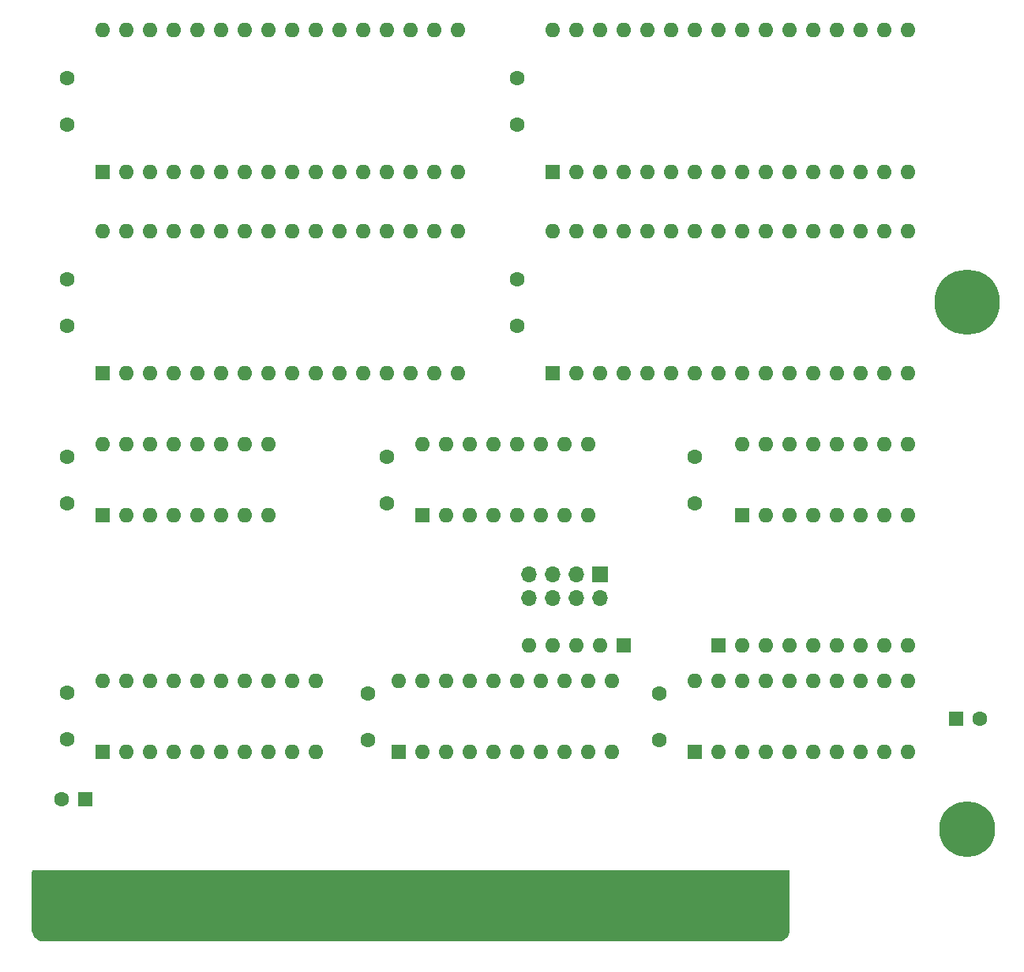
<source format=gbs>
%TF.GenerationSoftware,KiCad,Pcbnew,8.0.1*%
%TF.CreationDate,2025-01-29T15:22:11+01:00*%
%TF.ProjectId,ISA_EMS,4953415f-454d-4532-9e6b-696361645f70,rev?*%
%TF.SameCoordinates,Original*%
%TF.FileFunction,Soldermask,Bot*%
%TF.FilePolarity,Negative*%
%FSLAX46Y46*%
G04 Gerber Fmt 4.6, Leading zero omitted, Abs format (unit mm)*
G04 Created by KiCad (PCBNEW 8.0.1) date 2025-01-29 15:22:11*
%MOMM*%
%LPD*%
G01*
G04 APERTURE LIST*
%ADD10R,1.600000X1.600000*%
%ADD11C,1.600000*%
%ADD12R,1.780000X7.620000*%
%ADD13R,1.700000X1.700000*%
%ADD14O,1.700000X1.700000*%
%ADD15O,1.600000X1.600000*%
%ADD16C,6.000000*%
%ADD17C,3.900000*%
%ADD18C,7.000000*%
G04 APERTURE END LIST*
D10*
%TO.C,C2*%
X216535000Y-187960000D03*
D11*
X214035000Y-187960000D03*
%TD*%
D10*
%TO.C,C3*%
X309944888Y-179324000D03*
D11*
X312444888Y-179324000D03*
%TD*%
%TO.C,C4*%
X214630000Y-110530000D03*
X214630000Y-115530000D03*
%TD*%
%TO.C,C5*%
X248920000Y-151170000D03*
X248920000Y-156170000D03*
%TD*%
%TO.C,C6*%
X214630000Y-176530000D03*
X214630000Y-181530000D03*
%TD*%
D12*
%TO.C,J1*%
X289560000Y-199390000D03*
X287020000Y-199390000D03*
X284480000Y-199390000D03*
X281940000Y-199390000D03*
X279400000Y-199390000D03*
X276860000Y-199390000D03*
X274320000Y-199390000D03*
X271780000Y-199390000D03*
X269240000Y-199390000D03*
X266700000Y-199390000D03*
X264160000Y-199390000D03*
X261620000Y-199390000D03*
X259080000Y-199390000D03*
X256540000Y-199390000D03*
X254000000Y-199390000D03*
X251460000Y-199390000D03*
X248920000Y-199390000D03*
X246380000Y-199390000D03*
X243840000Y-199390000D03*
X241300000Y-199390000D03*
X238760000Y-199390000D03*
X236220000Y-199390000D03*
X233680000Y-199390000D03*
X231140000Y-199390000D03*
X228600000Y-199390000D03*
X226060000Y-199390000D03*
X223520000Y-199390000D03*
X220980000Y-199390000D03*
X218440000Y-199390000D03*
X215900000Y-199390000D03*
X213360000Y-199390000D03*
%TD*%
D11*
%TO.C,C7*%
X262890000Y-115530000D03*
X262890000Y-110530000D03*
%TD*%
%TO.C,C8*%
X214630000Y-151170000D03*
X214630000Y-156170000D03*
%TD*%
%TO.C,C10*%
X214630000Y-132120000D03*
X214630000Y-137120000D03*
%TD*%
%TO.C,C11*%
X246888000Y-176570000D03*
X246888000Y-181570000D03*
%TD*%
%TO.C,C12*%
X262890000Y-132120000D03*
X262890000Y-137120000D03*
%TD*%
%TO.C,C9*%
X278130000Y-176570000D03*
X278130000Y-181570000D03*
%TD*%
%TO.C,C1*%
X281940000Y-151170000D03*
X281940000Y-156170000D03*
%TD*%
D13*
%TO.C,J2*%
X271780000Y-163825000D03*
D14*
X271780000Y-166365000D03*
X269240000Y-163825000D03*
X269240000Y-166365000D03*
X266700000Y-163825000D03*
X266700000Y-166365000D03*
X264160000Y-163825000D03*
X264160000Y-166365000D03*
%TD*%
D10*
%TO.C,RN2*%
X274320000Y-171450000D03*
D15*
X271780000Y-171450000D03*
X269240000Y-171450000D03*
X266700000Y-171450000D03*
X264160000Y-171450000D03*
%TD*%
D10*
%TO.C,RN1*%
X284480000Y-171450000D03*
D15*
X287020000Y-171450000D03*
X289560000Y-171450000D03*
X292100000Y-171450000D03*
X294640000Y-171450000D03*
X297180000Y-171450000D03*
X299720000Y-171450000D03*
X302260000Y-171450000D03*
X304800000Y-171450000D03*
%TD*%
D10*
%TO.C,U1*%
X218440000Y-120650000D03*
D15*
X220980000Y-120650000D03*
X223520000Y-120650000D03*
X226060000Y-120650000D03*
X228600000Y-120650000D03*
X231140000Y-120650000D03*
X233680000Y-120650000D03*
X236220000Y-120650000D03*
X238760000Y-120650000D03*
X241300000Y-120650000D03*
X243840000Y-120650000D03*
X246380000Y-120650000D03*
X248920000Y-120650000D03*
X251460000Y-120650000D03*
X254000000Y-120650000D03*
X256540000Y-120650000D03*
X256540000Y-105410000D03*
X254000000Y-105410000D03*
X251460000Y-105410000D03*
X248920000Y-105410000D03*
X246380000Y-105410000D03*
X243840000Y-105410000D03*
X241300000Y-105410000D03*
X238760000Y-105410000D03*
X236220000Y-105410000D03*
X233680000Y-105410000D03*
X231140000Y-105410000D03*
X228600000Y-105410000D03*
X226060000Y-105410000D03*
X223520000Y-105410000D03*
X220980000Y-105410000D03*
X218440000Y-105410000D03*
%TD*%
D10*
%TO.C,U2*%
X218440000Y-142240000D03*
D15*
X220980000Y-142240000D03*
X223520000Y-142240000D03*
X226060000Y-142240000D03*
X228600000Y-142240000D03*
X231140000Y-142240000D03*
X233680000Y-142240000D03*
X236220000Y-142240000D03*
X238760000Y-142240000D03*
X241300000Y-142240000D03*
X243840000Y-142240000D03*
X246380000Y-142240000D03*
X248920000Y-142240000D03*
X251460000Y-142240000D03*
X254000000Y-142240000D03*
X256540000Y-142240000D03*
X256540000Y-127000000D03*
X254000000Y-127000000D03*
X251460000Y-127000000D03*
X248920000Y-127000000D03*
X246380000Y-127000000D03*
X243840000Y-127000000D03*
X241300000Y-127000000D03*
X238760000Y-127000000D03*
X236220000Y-127000000D03*
X233680000Y-127000000D03*
X231140000Y-127000000D03*
X228600000Y-127000000D03*
X226060000Y-127000000D03*
X223520000Y-127000000D03*
X220980000Y-127000000D03*
X218440000Y-127000000D03*
%TD*%
D10*
%TO.C,U3*%
X266700000Y-142240000D03*
D15*
X269240000Y-142240000D03*
X271780000Y-142240000D03*
X274320000Y-142240000D03*
X276860000Y-142240000D03*
X279400000Y-142240000D03*
X281940000Y-142240000D03*
X284480000Y-142240000D03*
X287020000Y-142240000D03*
X289560000Y-142240000D03*
X292100000Y-142240000D03*
X294640000Y-142240000D03*
X297180000Y-142240000D03*
X299720000Y-142240000D03*
X302260000Y-142240000D03*
X304800000Y-142240000D03*
X304800000Y-127000000D03*
X302260000Y-127000000D03*
X299720000Y-127000000D03*
X297180000Y-127000000D03*
X294640000Y-127000000D03*
X292100000Y-127000000D03*
X289560000Y-127000000D03*
X287020000Y-127000000D03*
X284480000Y-127000000D03*
X281940000Y-127000000D03*
X279400000Y-127000000D03*
X276860000Y-127000000D03*
X274320000Y-127000000D03*
X271780000Y-127000000D03*
X269240000Y-127000000D03*
X266700000Y-127000000D03*
%TD*%
D10*
%TO.C,U4*%
X266700000Y-120650000D03*
D15*
X269240000Y-120650000D03*
X271780000Y-120650000D03*
X274320000Y-120650000D03*
X276860000Y-120650000D03*
X279400000Y-120650000D03*
X281940000Y-120650000D03*
X284480000Y-120650000D03*
X287020000Y-120650000D03*
X289560000Y-120650000D03*
X292100000Y-120650000D03*
X294640000Y-120650000D03*
X297180000Y-120650000D03*
X299720000Y-120650000D03*
X302260000Y-120650000D03*
X304800000Y-120650000D03*
X304800000Y-105410000D03*
X302260000Y-105410000D03*
X299720000Y-105410000D03*
X297180000Y-105410000D03*
X294640000Y-105410000D03*
X292100000Y-105410000D03*
X289560000Y-105410000D03*
X287020000Y-105410000D03*
X284480000Y-105410000D03*
X281940000Y-105410000D03*
X279400000Y-105410000D03*
X276860000Y-105410000D03*
X274320000Y-105410000D03*
X271780000Y-105410000D03*
X269240000Y-105410000D03*
X266700000Y-105410000D03*
%TD*%
D10*
%TO.C,U7*%
X250190000Y-182880000D03*
D15*
X252730000Y-182880000D03*
X255270000Y-182880000D03*
X257810000Y-182880000D03*
X260350000Y-182880000D03*
X262890000Y-182880000D03*
X265430000Y-182880000D03*
X267970000Y-182880000D03*
X270510000Y-182880000D03*
X273050000Y-182880000D03*
X273050000Y-175260000D03*
X270510000Y-175260000D03*
X267970000Y-175260000D03*
X265430000Y-175260000D03*
X262890000Y-175260000D03*
X260350000Y-175260000D03*
X257810000Y-175260000D03*
X255270000Y-175260000D03*
X252730000Y-175260000D03*
X250190000Y-175260000D03*
%TD*%
D10*
%TO.C,U10*%
X218440000Y-182880000D03*
D15*
X220980000Y-182880000D03*
X223520000Y-182880000D03*
X226060000Y-182880000D03*
X228600000Y-182880000D03*
X231140000Y-182880000D03*
X233680000Y-182880000D03*
X236220000Y-182880000D03*
X238760000Y-182880000D03*
X241300000Y-182880000D03*
X241300000Y-175260000D03*
X238760000Y-175260000D03*
X236220000Y-175260000D03*
X233680000Y-175260000D03*
X231140000Y-175260000D03*
X228600000Y-175260000D03*
X226060000Y-175260000D03*
X223520000Y-175260000D03*
X220980000Y-175260000D03*
X218440000Y-175260000D03*
%TD*%
D10*
%TO.C,U5*%
X287020000Y-157480000D03*
D15*
X289560000Y-157480000D03*
X292100000Y-157480000D03*
X294640000Y-157480000D03*
X297180000Y-157480000D03*
X299720000Y-157480000D03*
X302260000Y-157480000D03*
X304800000Y-157480000D03*
X304800000Y-149860000D03*
X302260000Y-149860000D03*
X299720000Y-149860000D03*
X297180000Y-149860000D03*
X294640000Y-149860000D03*
X292100000Y-149860000D03*
X289560000Y-149860000D03*
X287020000Y-149860000D03*
%TD*%
D10*
%TO.C,U6*%
X281940000Y-182880000D03*
D15*
X284480000Y-182880000D03*
X287020000Y-182880000D03*
X289560000Y-182880000D03*
X292100000Y-182880000D03*
X294640000Y-182880000D03*
X297180000Y-182880000D03*
X299720000Y-182880000D03*
X302260000Y-182880000D03*
X304800000Y-182880000D03*
X304800000Y-175260000D03*
X302260000Y-175260000D03*
X299720000Y-175260000D03*
X297180000Y-175260000D03*
X294640000Y-175260000D03*
X292100000Y-175260000D03*
X289560000Y-175260000D03*
X287020000Y-175260000D03*
X284480000Y-175260000D03*
X281940000Y-175260000D03*
%TD*%
D16*
%TO.C,H1*%
X311150000Y-191135000D03*
%TD*%
D17*
%TO.C,H2*%
X311150000Y-134620000D03*
D18*
X311150000Y-134620000D03*
%TD*%
D10*
%TO.C,U8*%
X218440000Y-157480000D03*
D15*
X220980000Y-157480000D03*
X223520000Y-157480000D03*
X226060000Y-157480000D03*
X228600000Y-157480000D03*
X231140000Y-157480000D03*
X233680000Y-157480000D03*
X236220000Y-157480000D03*
X236220000Y-149860000D03*
X233680000Y-149860000D03*
X231140000Y-149860000D03*
X228600000Y-149860000D03*
X226060000Y-149860000D03*
X223520000Y-149860000D03*
X220980000Y-149860000D03*
X218440000Y-149860000D03*
%TD*%
D10*
%TO.C,U9*%
X252730000Y-157480000D03*
D15*
X255270000Y-157480000D03*
X257810000Y-157480000D03*
X260350000Y-157480000D03*
X262890000Y-157480000D03*
X265430000Y-157480000D03*
X267970000Y-157480000D03*
X270510000Y-157480000D03*
X270510000Y-149860000D03*
X267970000Y-149860000D03*
X265430000Y-149860000D03*
X262890000Y-149860000D03*
X260350000Y-149860000D03*
X257810000Y-149860000D03*
X255270000Y-149860000D03*
X252730000Y-149860000D03*
%TD*%
G36*
X292042121Y-195600002D02*
G01*
X292088614Y-195653658D01*
X292100000Y-195706000D01*
X292100000Y-201928633D01*
X292099970Y-201931377D01*
X292097794Y-202031256D01*
X292095910Y-202050392D01*
X292060982Y-202248474D01*
X292055297Y-202269688D01*
X291986979Y-202457391D01*
X291977697Y-202477297D01*
X291877822Y-202650284D01*
X291865225Y-202668275D01*
X291736827Y-202821296D01*
X291721296Y-202836827D01*
X291568275Y-202965225D01*
X291550284Y-202977822D01*
X291377297Y-203077697D01*
X291357391Y-203086979D01*
X291169688Y-203155297D01*
X291148474Y-203160982D01*
X290950392Y-203195910D01*
X290931256Y-203197794D01*
X290831377Y-203199970D01*
X290828633Y-203200000D01*
X212091367Y-203200000D01*
X212088623Y-203199970D01*
X211988743Y-203197794D01*
X211969607Y-203195910D01*
X211771525Y-203160982D01*
X211750311Y-203155297D01*
X211562608Y-203086979D01*
X211542702Y-203077697D01*
X211369715Y-202977822D01*
X211351724Y-202965225D01*
X211198703Y-202836827D01*
X211183172Y-202821296D01*
X211054774Y-202668275D01*
X211042177Y-202650284D01*
X210942302Y-202477297D01*
X210933020Y-202457391D01*
X210864702Y-202269688D01*
X210859017Y-202248474D01*
X210824089Y-202050392D01*
X210822205Y-202031255D01*
X210820030Y-201931376D01*
X210820000Y-201928633D01*
X210820000Y-195706000D01*
X210840002Y-195637879D01*
X210893658Y-195591386D01*
X210946000Y-195580000D01*
X291974000Y-195580000D01*
X292042121Y-195600002D01*
G37*
M02*

</source>
